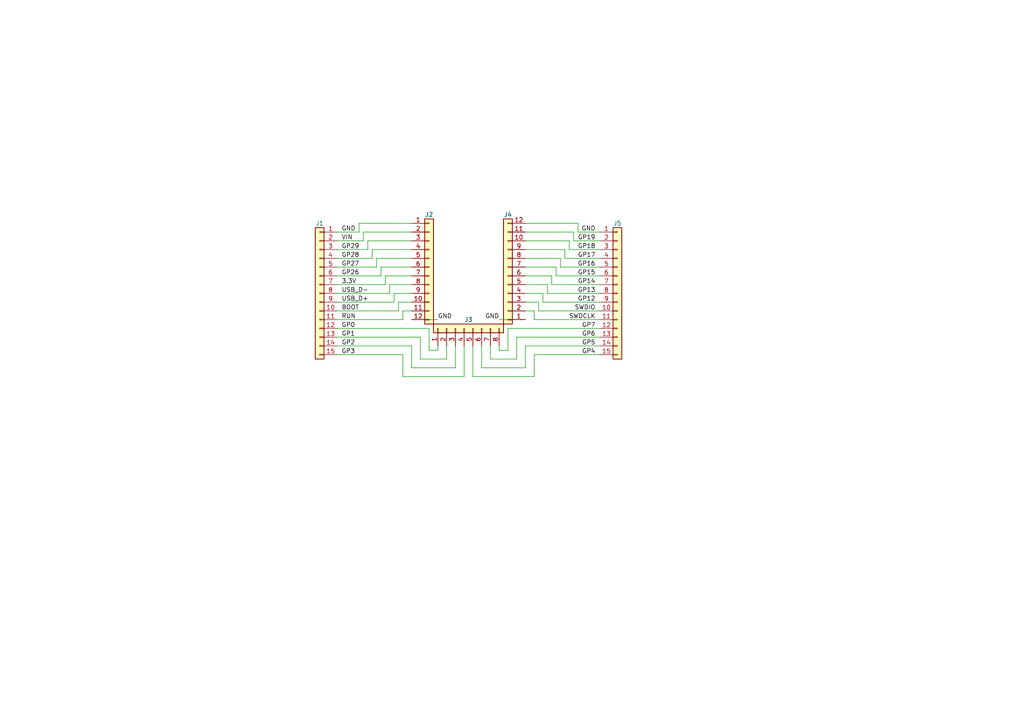
<source format=kicad_sch>
(kicad_sch (version 20211014) (generator eeschema)

  (uuid e63e39d7-6ac0-4ffd-8aa3-1841a4541b55)

  (paper "A4")

  (lib_symbols
    (symbol "Connector_Generic:Conn_01x08" (pin_names (offset 1.016) hide) (in_bom yes) (on_board yes)
      (property "Reference" "J" (id 0) (at 0 10.16 0)
        (effects (font (size 1.27 1.27)))
      )
      (property "Value" "Conn_01x08" (id 1) (at 0 -12.7 0)
        (effects (font (size 1.27 1.27)))
      )
      (property "Footprint" "" (id 2) (at 0 0 0)
        (effects (font (size 1.27 1.27)) hide)
      )
      (property "Datasheet" "~" (id 3) (at 0 0 0)
        (effects (font (size 1.27 1.27)) hide)
      )
      (property "ki_keywords" "connector" (id 4) (at 0 0 0)
        (effects (font (size 1.27 1.27)) hide)
      )
      (property "ki_description" "Generic connector, single row, 01x08, script generated (kicad-library-utils/schlib/autogen/connector/)" (id 5) (at 0 0 0)
        (effects (font (size 1.27 1.27)) hide)
      )
      (property "ki_fp_filters" "Connector*:*_1x??_*" (id 6) (at 0 0 0)
        (effects (font (size 1.27 1.27)) hide)
      )
      (symbol "Conn_01x08_1_1"
        (rectangle (start -1.27 -10.033) (end 0 -10.287)
          (stroke (width 0.1524) (type default))
          (fill (type none))
        )
        (rectangle (start -1.27 -7.493) (end 0 -7.747)
          (stroke (width 0.1524) (type default))
          (fill (type none))
        )
        (rectangle (start -1.27 -4.953) (end 0 -5.207)
          (stroke (width 0.1524) (type default))
          (fill (type none))
        )
        (rectangle (start -1.27 -2.413) (end 0 -2.667)
          (stroke (width 0.1524) (type default))
          (fill (type none))
        )
        (rectangle (start -1.27 0.127) (end 0 -0.127)
          (stroke (width 0.1524) (type default))
          (fill (type none))
        )
        (rectangle (start -1.27 2.667) (end 0 2.413)
          (stroke (width 0.1524) (type default))
          (fill (type none))
        )
        (rectangle (start -1.27 5.207) (end 0 4.953)
          (stroke (width 0.1524) (type default))
          (fill (type none))
        )
        (rectangle (start -1.27 7.747) (end 0 7.493)
          (stroke (width 0.1524) (type default))
          (fill (type none))
        )
        (rectangle (start -1.27 8.89) (end 1.27 -11.43)
          (stroke (width 0.254) (type default))
          (fill (type background))
        )
        (pin passive line (at -5.08 7.62 0) (length 3.81)
          (name "Pin_1" (effects (font (size 1.27 1.27))))
          (number "1" (effects (font (size 1.27 1.27))))
        )
        (pin passive line (at -5.08 5.08 0) (length 3.81)
          (name "Pin_2" (effects (font (size 1.27 1.27))))
          (number "2" (effects (font (size 1.27 1.27))))
        )
        (pin passive line (at -5.08 2.54 0) (length 3.81)
          (name "Pin_3" (effects (font (size 1.27 1.27))))
          (number "3" (effects (font (size 1.27 1.27))))
        )
        (pin passive line (at -5.08 0 0) (length 3.81)
          (name "Pin_4" (effects (font (size 1.27 1.27))))
          (number "4" (effects (font (size 1.27 1.27))))
        )
        (pin passive line (at -5.08 -2.54 0) (length 3.81)
          (name "Pin_5" (effects (font (size 1.27 1.27))))
          (number "5" (effects (font (size 1.27 1.27))))
        )
        (pin passive line (at -5.08 -5.08 0) (length 3.81)
          (name "Pin_6" (effects (font (size 1.27 1.27))))
          (number "6" (effects (font (size 1.27 1.27))))
        )
        (pin passive line (at -5.08 -7.62 0) (length 3.81)
          (name "Pin_7" (effects (font (size 1.27 1.27))))
          (number "7" (effects (font (size 1.27 1.27))))
        )
        (pin passive line (at -5.08 -10.16 0) (length 3.81)
          (name "Pin_8" (effects (font (size 1.27 1.27))))
          (number "8" (effects (font (size 1.27 1.27))))
        )
      )
    )
    (symbol "Connector_Generic:Conn_01x12" (pin_names (offset 1.016) hide) (in_bom yes) (on_board yes)
      (property "Reference" "J" (id 0) (at 0 15.24 0)
        (effects (font (size 1.27 1.27)))
      )
      (property "Value" "Conn_01x12" (id 1) (at 0 -17.78 0)
        (effects (font (size 1.27 1.27)))
      )
      (property "Footprint" "" (id 2) (at 0 0 0)
        (effects (font (size 1.27 1.27)) hide)
      )
      (property "Datasheet" "~" (id 3) (at 0 0 0)
        (effects (font (size 1.27 1.27)) hide)
      )
      (property "ki_keywords" "connector" (id 4) (at 0 0 0)
        (effects (font (size 1.27 1.27)) hide)
      )
      (property "ki_description" "Generic connector, single row, 01x12, script generated (kicad-library-utils/schlib/autogen/connector/)" (id 5) (at 0 0 0)
        (effects (font (size 1.27 1.27)) hide)
      )
      (property "ki_fp_filters" "Connector*:*_1x??_*" (id 6) (at 0 0 0)
        (effects (font (size 1.27 1.27)) hide)
      )
      (symbol "Conn_01x12_1_1"
        (rectangle (start -1.27 -15.113) (end 0 -15.367)
          (stroke (width 0.1524) (type default))
          (fill (type none))
        )
        (rectangle (start -1.27 -12.573) (end 0 -12.827)
          (stroke (width 0.1524) (type default))
          (fill (type none))
        )
        (rectangle (start -1.27 -10.033) (end 0 -10.287)
          (stroke (width 0.1524) (type default))
          (fill (type none))
        )
        (rectangle (start -1.27 -7.493) (end 0 -7.747)
          (stroke (width 0.1524) (type default))
          (fill (type none))
        )
        (rectangle (start -1.27 -4.953) (end 0 -5.207)
          (stroke (width 0.1524) (type default))
          (fill (type none))
        )
        (rectangle (start -1.27 -2.413) (end 0 -2.667)
          (stroke (width 0.1524) (type default))
          (fill (type none))
        )
        (rectangle (start -1.27 0.127) (end 0 -0.127)
          (stroke (width 0.1524) (type default))
          (fill (type none))
        )
        (rectangle (start -1.27 2.667) (end 0 2.413)
          (stroke (width 0.1524) (type default))
          (fill (type none))
        )
        (rectangle (start -1.27 5.207) (end 0 4.953)
          (stroke (width 0.1524) (type default))
          (fill (type none))
        )
        (rectangle (start -1.27 7.747) (end 0 7.493)
          (stroke (width 0.1524) (type default))
          (fill (type none))
        )
        (rectangle (start -1.27 10.287) (end 0 10.033)
          (stroke (width 0.1524) (type default))
          (fill (type none))
        )
        (rectangle (start -1.27 12.827) (end 0 12.573)
          (stroke (width 0.1524) (type default))
          (fill (type none))
        )
        (rectangle (start -1.27 13.97) (end 1.27 -16.51)
          (stroke (width 0.254) (type default))
          (fill (type background))
        )
        (pin passive line (at -5.08 12.7 0) (length 3.81)
          (name "Pin_1" (effects (font (size 1.27 1.27))))
          (number "1" (effects (font (size 1.27 1.27))))
        )
        (pin passive line (at -5.08 -10.16 0) (length 3.81)
          (name "Pin_10" (effects (font (size 1.27 1.27))))
          (number "10" (effects (font (size 1.27 1.27))))
        )
        (pin passive line (at -5.08 -12.7 0) (length 3.81)
          (name "Pin_11" (effects (font (size 1.27 1.27))))
          (number "11" (effects (font (size 1.27 1.27))))
        )
        (pin passive line (at -5.08 -15.24 0) (length 3.81)
          (name "Pin_12" (effects (font (size 1.27 1.27))))
          (number "12" (effects (font (size 1.27 1.27))))
        )
        (pin passive line (at -5.08 10.16 0) (length 3.81)
          (name "Pin_2" (effects (font (size 1.27 1.27))))
          (number "2" (effects (font (size 1.27 1.27))))
        )
        (pin passive line (at -5.08 7.62 0) (length 3.81)
          (name "Pin_3" (effects (font (size 1.27 1.27))))
          (number "3" (effects (font (size 1.27 1.27))))
        )
        (pin passive line (at -5.08 5.08 0) (length 3.81)
          (name "Pin_4" (effects (font (size 1.27 1.27))))
          (number "4" (effects (font (size 1.27 1.27))))
        )
        (pin passive line (at -5.08 2.54 0) (length 3.81)
          (name "Pin_5" (effects (font (size 1.27 1.27))))
          (number "5" (effects (font (size 1.27 1.27))))
        )
        (pin passive line (at -5.08 0 0) (length 3.81)
          (name "Pin_6" (effects (font (size 1.27 1.27))))
          (number "6" (effects (font (size 1.27 1.27))))
        )
        (pin passive line (at -5.08 -2.54 0) (length 3.81)
          (name "Pin_7" (effects (font (size 1.27 1.27))))
          (number "7" (effects (font (size 1.27 1.27))))
        )
        (pin passive line (at -5.08 -5.08 0) (length 3.81)
          (name "Pin_8" (effects (font (size 1.27 1.27))))
          (number "8" (effects (font (size 1.27 1.27))))
        )
        (pin passive line (at -5.08 -7.62 0) (length 3.81)
          (name "Pin_9" (effects (font (size 1.27 1.27))))
          (number "9" (effects (font (size 1.27 1.27))))
        )
      )
    )
    (symbol "Connector_Generic:Conn_01x15" (pin_names (offset 1.016) hide) (in_bom yes) (on_board yes)
      (property "Reference" "J" (id 0) (at 0 20.32 0)
        (effects (font (size 1.27 1.27)))
      )
      (property "Value" "Conn_01x15" (id 1) (at 0 -20.32 0)
        (effects (font (size 1.27 1.27)))
      )
      (property "Footprint" "" (id 2) (at 0 0 0)
        (effects (font (size 1.27 1.27)) hide)
      )
      (property "Datasheet" "~" (id 3) (at 0 0 0)
        (effects (font (size 1.27 1.27)) hide)
      )
      (property "ki_keywords" "connector" (id 4) (at 0 0 0)
        (effects (font (size 1.27 1.27)) hide)
      )
      (property "ki_description" "Generic connector, single row, 01x15, script generated (kicad-library-utils/schlib/autogen/connector/)" (id 5) (at 0 0 0)
        (effects (font (size 1.27 1.27)) hide)
      )
      (property "ki_fp_filters" "Connector*:*_1x??_*" (id 6) (at 0 0 0)
        (effects (font (size 1.27 1.27)) hide)
      )
      (symbol "Conn_01x15_1_1"
        (rectangle (start -1.27 -17.653) (end 0 -17.907)
          (stroke (width 0.1524) (type default))
          (fill (type none))
        )
        (rectangle (start -1.27 -15.113) (end 0 -15.367)
          (stroke (width 0.1524) (type default))
          (fill (type none))
        )
        (rectangle (start -1.27 -12.573) (end 0 -12.827)
          (stroke (width 0.1524) (type default))
          (fill (type none))
        )
        (rectangle (start -1.27 -10.033) (end 0 -10.287)
          (stroke (width 0.1524) (type default))
          (fill (type none))
        )
        (rectangle (start -1.27 -7.493) (end 0 -7.747)
          (stroke (width 0.1524) (type default))
          (fill (type none))
        )
        (rectangle (start -1.27 -4.953) (end 0 -5.207)
          (stroke (width 0.1524) (type default))
          (fill (type none))
        )
        (rectangle (start -1.27 -2.413) (end 0 -2.667)
          (stroke (width 0.1524) (type default))
          (fill (type none))
        )
        (rectangle (start -1.27 0.127) (end 0 -0.127)
          (stroke (width 0.1524) (type default))
          (fill (type none))
        )
        (rectangle (start -1.27 2.667) (end 0 2.413)
          (stroke (width 0.1524) (type default))
          (fill (type none))
        )
        (rectangle (start -1.27 5.207) (end 0 4.953)
          (stroke (width 0.1524) (type default))
          (fill (type none))
        )
        (rectangle (start -1.27 7.747) (end 0 7.493)
          (stroke (width 0.1524) (type default))
          (fill (type none))
        )
        (rectangle (start -1.27 10.287) (end 0 10.033)
          (stroke (width 0.1524) (type default))
          (fill (type none))
        )
        (rectangle (start -1.27 12.827) (end 0 12.573)
          (stroke (width 0.1524) (type default))
          (fill (type none))
        )
        (rectangle (start -1.27 15.367) (end 0 15.113)
          (stroke (width 0.1524) (type default))
          (fill (type none))
        )
        (rectangle (start -1.27 17.907) (end 0 17.653)
          (stroke (width 0.1524) (type default))
          (fill (type none))
        )
        (rectangle (start -1.27 19.05) (end 1.27 -19.05)
          (stroke (width 0.254) (type default))
          (fill (type background))
        )
        (pin passive line (at -5.08 17.78 0) (length 3.81)
          (name "Pin_1" (effects (font (size 1.27 1.27))))
          (number "1" (effects (font (size 1.27 1.27))))
        )
        (pin passive line (at -5.08 -5.08 0) (length 3.81)
          (name "Pin_10" (effects (font (size 1.27 1.27))))
          (number "10" (effects (font (size 1.27 1.27))))
        )
        (pin passive line (at -5.08 -7.62 0) (length 3.81)
          (name "Pin_11" (effects (font (size 1.27 1.27))))
          (number "11" (effects (font (size 1.27 1.27))))
        )
        (pin passive line (at -5.08 -10.16 0) (length 3.81)
          (name "Pin_12" (effects (font (size 1.27 1.27))))
          (number "12" (effects (font (size 1.27 1.27))))
        )
        (pin passive line (at -5.08 -12.7 0) (length 3.81)
          (name "Pin_13" (effects (font (size 1.27 1.27))))
          (number "13" (effects (font (size 1.27 1.27))))
        )
        (pin passive line (at -5.08 -15.24 0) (length 3.81)
          (name "Pin_14" (effects (font (size 1.27 1.27))))
          (number "14" (effects (font (size 1.27 1.27))))
        )
        (pin passive line (at -5.08 -17.78 0) (length 3.81)
          (name "Pin_15" (effects (font (size 1.27 1.27))))
          (number "15" (effects (font (size 1.27 1.27))))
        )
        (pin passive line (at -5.08 15.24 0) (length 3.81)
          (name "Pin_2" (effects (font (size 1.27 1.27))))
          (number "2" (effects (font (size 1.27 1.27))))
        )
        (pin passive line (at -5.08 12.7 0) (length 3.81)
          (name "Pin_3" (effects (font (size 1.27 1.27))))
          (number "3" (effects (font (size 1.27 1.27))))
        )
        (pin passive line (at -5.08 10.16 0) (length 3.81)
          (name "Pin_4" (effects (font (size 1.27 1.27))))
          (number "4" (effects (font (size 1.27 1.27))))
        )
        (pin passive line (at -5.08 7.62 0) (length 3.81)
          (name "Pin_5" (effects (font (size 1.27 1.27))))
          (number "5" (effects (font (size 1.27 1.27))))
        )
        (pin passive line (at -5.08 5.08 0) (length 3.81)
          (name "Pin_6" (effects (font (size 1.27 1.27))))
          (number "6" (effects (font (size 1.27 1.27))))
        )
        (pin passive line (at -5.08 2.54 0) (length 3.81)
          (name "Pin_7" (effects (font (size 1.27 1.27))))
          (number "7" (effects (font (size 1.27 1.27))))
        )
        (pin passive line (at -5.08 0 0) (length 3.81)
          (name "Pin_8" (effects (font (size 1.27 1.27))))
          (number "8" (effects (font (size 1.27 1.27))))
        )
        (pin passive line (at -5.08 -2.54 0) (length 3.81)
          (name "Pin_9" (effects (font (size 1.27 1.27))))
          (number "9" (effects (font (size 1.27 1.27))))
        )
      )
    )
  )


  (wire (pts (xy 115.57 87.63) (xy 119.38 87.63))
    (stroke (width 0) (type default))
    (uuid 013d328d-d037-4500-aabe-74b84ffb3d86)
  )
  (wire (pts (xy 139.7 106.68) (xy 152.4 106.68))
    (stroke (width 0) (type default))
    (uuid 034dcaae-409d-4c0f-80d5-dff48c5df971)
  )
  (wire (pts (xy 97.79 85.09) (xy 113.03 85.09))
    (stroke (width 0) (type default))
    (uuid 08c57c3c-d73c-4356-9f95-5227b3d66099)
  )
  (wire (pts (xy 161.29 77.47) (xy 152.4 77.47))
    (stroke (width 0) (type default))
    (uuid 0d4cb27f-14ad-4873-8951-9a58085031c3)
  )
  (wire (pts (xy 137.16 109.22) (xy 154.94 109.22))
    (stroke (width 0) (type default))
    (uuid 12b52473-aac7-42b4-bd36-bb97fb755035)
  )
  (wire (pts (xy 97.79 77.47) (xy 109.22 77.47))
    (stroke (width 0) (type default))
    (uuid 16ad1fc7-3cac-4fb3-b5a9-c9a577aea906)
  )
  (wire (pts (xy 152.4 100.33) (xy 152.4 106.68))
    (stroke (width 0) (type default))
    (uuid 179b4d65-ce3b-4672-a4da-9974cd6079de)
  )
  (wire (pts (xy 173.99 82.55) (xy 160.02 82.55))
    (stroke (width 0) (type default))
    (uuid 17b19afd-5806-4b57-b4f2-d4825bc2a53c)
  )
  (wire (pts (xy 160.02 82.55) (xy 160.02 80.01))
    (stroke (width 0) (type default))
    (uuid 17d66399-ce2c-410a-88de-625072adb9ef)
  )
  (wire (pts (xy 173.99 100.33) (xy 152.4 100.33))
    (stroke (width 0) (type default))
    (uuid 181a043a-456e-47c0-86a7-2b498f57014e)
  )
  (wire (pts (xy 121.92 97.79) (xy 121.92 104.14))
    (stroke (width 0) (type default))
    (uuid 183f3a18-2054-4633-a38c-05d5ba80c463)
  )
  (wire (pts (xy 142.24 100.33) (xy 142.24 104.14))
    (stroke (width 0) (type default))
    (uuid 1c5d38d8-bde8-49b6-90c7-f6f17f431d73)
  )
  (wire (pts (xy 144.78 92.71) (xy 152.4 92.71))
    (stroke (width 0) (type default))
    (uuid 1dd19d81-17ac-44b6-8049-d1c4a1c24d71)
  )
  (wire (pts (xy 152.4 69.85) (xy 165.1 69.85))
    (stroke (width 0) (type default))
    (uuid 212a2c51-86e1-4075-b31e-72b026c0e7f9)
  )
  (wire (pts (xy 121.92 104.14) (xy 129.54 104.14))
    (stroke (width 0) (type default))
    (uuid 227ab65f-7d1d-447d-af69-7d7d2a823de0)
  )
  (wire (pts (xy 173.99 74.93) (xy 163.83 74.93))
    (stroke (width 0) (type default))
    (uuid 24553912-03bd-4a8f-b838-13dc161cf778)
  )
  (wire (pts (xy 173.99 90.17) (xy 156.21 90.17))
    (stroke (width 0) (type default))
    (uuid 2caa69d7-533c-478e-b86a-1425c30791f1)
  )
  (wire (pts (xy 97.79 67.31) (xy 104.14 67.31))
    (stroke (width 0) (type default))
    (uuid 30683afb-9e03-4873-bd95-bce360235d1d)
  )
  (wire (pts (xy 107.95 74.93) (xy 107.95 72.39))
    (stroke (width 0) (type default))
    (uuid 342f974e-d7aa-42c9-905b-fa4e86b4e446)
  )
  (wire (pts (xy 105.41 67.31) (xy 119.38 67.31))
    (stroke (width 0) (type default))
    (uuid 3bc083d6-9175-4fe8-8560-229045040a45)
  )
  (wire (pts (xy 154.94 90.17) (xy 152.4 90.17))
    (stroke (width 0) (type default))
    (uuid 44231392-bcfb-41ff-a003-735f743e4b84)
  )
  (wire (pts (xy 97.79 80.01) (xy 110.49 80.01))
    (stroke (width 0) (type default))
    (uuid 49864645-1de1-4df6-96c8-6e20fbdf9064)
  )
  (wire (pts (xy 137.16 100.33) (xy 137.16 109.22))
    (stroke (width 0) (type default))
    (uuid 499903ff-8ef1-4c2d-bbeb-10b51e798dac)
  )
  (wire (pts (xy 142.24 104.14) (xy 149.86 104.14))
    (stroke (width 0) (type default))
    (uuid 4a2d7ca7-626d-49c6-b9a1-a1101e6191db)
  )
  (wire (pts (xy 149.86 97.79) (xy 149.86 104.14))
    (stroke (width 0) (type default))
    (uuid 4bd0497d-34bb-42d8-985d-a739c1d98ee6)
  )
  (wire (pts (xy 97.79 92.71) (xy 116.84 92.71))
    (stroke (width 0) (type default))
    (uuid 5061e67c-e098-4e8d-8ff7-2d2d31ce9a87)
  )
  (wire (pts (xy 132.08 106.68) (xy 132.08 100.33))
    (stroke (width 0) (type default))
    (uuid 548db0a4-29e3-4d0a-8a12-ef30292358ac)
  )
  (wire (pts (xy 116.84 90.17) (xy 119.38 90.17))
    (stroke (width 0) (type default))
    (uuid 55b97ef1-5af4-4ed2-b354-05cef23263ab)
  )
  (wire (pts (xy 107.95 72.39) (xy 119.38 72.39))
    (stroke (width 0) (type default))
    (uuid 55dcc991-4895-4d72-ac6a-72bc5cf9c255)
  )
  (wire (pts (xy 152.4 67.31) (xy 166.37 67.31))
    (stroke (width 0) (type default))
    (uuid 57f01dae-dc17-41ab-baa1-be578ec4d6c2)
  )
  (wire (pts (xy 119.38 100.33) (xy 119.38 106.68))
    (stroke (width 0) (type default))
    (uuid 58f33f6d-e001-408d-ac31-0a24f057ac70)
  )
  (wire (pts (xy 113.03 85.09) (xy 113.03 82.55))
    (stroke (width 0) (type default))
    (uuid 5ce64432-eccb-470a-855c-3746a11fbb28)
  )
  (wire (pts (xy 114.3 85.09) (xy 119.38 85.09))
    (stroke (width 0) (type default))
    (uuid 5f8e0993-2d3b-427c-a8a0-3d985876f049)
  )
  (wire (pts (xy 111.76 80.01) (xy 119.38 80.01))
    (stroke (width 0) (type default))
    (uuid 626dc485-fffa-44b8-ab91-517f50266027)
  )
  (wire (pts (xy 162.56 77.47) (xy 162.56 74.93))
    (stroke (width 0) (type default))
    (uuid 644f23fd-8da7-49b9-a30d-e479d36ff36c)
  )
  (wire (pts (xy 157.48 87.63) (xy 157.48 85.09))
    (stroke (width 0) (type default))
    (uuid 67fe0a90-fda6-4ccf-8b8b-8216c9a4cac5)
  )
  (wire (pts (xy 158.75 82.55) (xy 152.4 82.55))
    (stroke (width 0) (type default))
    (uuid 685bbffb-a400-4c36-8078-f6ab5f152c7b)
  )
  (wire (pts (xy 124.46 101.6) (xy 124.46 95.25))
    (stroke (width 0) (type default))
    (uuid 69193e3a-4986-4218-9672-717bb464e77f)
  )
  (wire (pts (xy 173.99 67.31) (xy 167.64 67.31))
    (stroke (width 0) (type default))
    (uuid 696ce20c-0bd2-4136-9c73-9b42ef942ffe)
  )
  (wire (pts (xy 160.02 80.01) (xy 152.4 80.01))
    (stroke (width 0) (type default))
    (uuid 6b769baa-a4c1-47ea-993e-601bdac97bb1)
  )
  (wire (pts (xy 167.64 67.31) (xy 167.64 64.77))
    (stroke (width 0) (type default))
    (uuid 6ba29aca-fb6c-4cbe-b89c-7ce0ebca3353)
  )
  (wire (pts (xy 161.29 80.01) (xy 161.29 77.47))
    (stroke (width 0) (type default))
    (uuid 6cfa49cf-761b-46d5-a543-2637d097c112)
  )
  (wire (pts (xy 129.54 100.33) (xy 129.54 104.14))
    (stroke (width 0) (type default))
    (uuid 71564b2e-14a2-4fa2-9b9e-f2ab7d1b561e)
  )
  (wire (pts (xy 109.22 77.47) (xy 109.22 74.93))
    (stroke (width 0) (type default))
    (uuid 74180870-241b-4245-b9cb-a2dc2aea6f49)
  )
  (wire (pts (xy 173.99 85.09) (xy 158.75 85.09))
    (stroke (width 0) (type default))
    (uuid 7748de36-3598-4fec-85e2-28a7362ca62d)
  )
  (wire (pts (xy 147.32 101.6) (xy 147.32 95.25))
    (stroke (width 0) (type default))
    (uuid 780b4118-a7e7-4e05-828c-aa4a4fcd297e)
  )
  (wire (pts (xy 127 100.33) (xy 127 101.6))
    (stroke (width 0) (type default))
    (uuid 7bacca2c-8ac5-48d4-bf8c-9f91f97aa792)
  )
  (wire (pts (xy 104.14 67.31) (xy 104.14 64.77))
    (stroke (width 0) (type default))
    (uuid 7ccc4914-b1e0-44d6-90ef-dd898df4f61d)
  )
  (wire (pts (xy 173.99 92.71) (xy 154.94 92.71))
    (stroke (width 0) (type default))
    (uuid 80f96933-1673-407c-9e4e-65baea776cdc)
  )
  (wire (pts (xy 119.38 92.71) (xy 127 92.71))
    (stroke (width 0) (type default))
    (uuid 82b6704b-bb78-41e7-b1a3-63aa7cc1c896)
  )
  (wire (pts (xy 158.75 85.09) (xy 158.75 82.55))
    (stroke (width 0) (type default))
    (uuid 83a87404-ec76-4216-90a4-e0d9a1ae319b)
  )
  (wire (pts (xy 152.4 72.39) (xy 163.83 72.39))
    (stroke (width 0) (type default))
    (uuid 84bc6360-42d0-438f-9342-3d2c3046b2c2)
  )
  (wire (pts (xy 116.84 109.22) (xy 134.62 109.22))
    (stroke (width 0) (type default))
    (uuid 869539a2-e84a-41da-90e3-6e237666c3d8)
  )
  (wire (pts (xy 97.79 97.79) (xy 121.92 97.79))
    (stroke (width 0) (type default))
    (uuid 8754e3db-6f54-47d4-b5d0-cade41e20ac7)
  )
  (wire (pts (xy 116.84 102.87) (xy 116.84 109.22))
    (stroke (width 0) (type default))
    (uuid 938f0ff8-6d29-4bbf-a8f2-fa4732c117a9)
  )
  (wire (pts (xy 165.1 72.39) (xy 173.99 72.39))
    (stroke (width 0) (type default))
    (uuid 94fd064e-7f21-4f9f-9035-d303e946977f)
  )
  (wire (pts (xy 97.79 95.25) (xy 124.46 95.25))
    (stroke (width 0) (type default))
    (uuid 96d84636-056b-425c-90e5-5db9d3e26975)
  )
  (wire (pts (xy 154.94 92.71) (xy 154.94 90.17))
    (stroke (width 0) (type default))
    (uuid 998b7df6-054c-4082-b17a-89331c1915c4)
  )
  (wire (pts (xy 105.41 69.85) (xy 105.41 67.31))
    (stroke (width 0) (type default))
    (uuid 9f727aa2-421b-4c24-b321-a1323f2ca484)
  )
  (wire (pts (xy 173.99 97.79) (xy 149.86 97.79))
    (stroke (width 0) (type default))
    (uuid a3d23d30-73bf-43a9-8e99-d0a93e8e3477)
  )
  (wire (pts (xy 154.94 102.87) (xy 154.94 109.22))
    (stroke (width 0) (type default))
    (uuid a74f35a3-ff1b-480f-8076-51113304f026)
  )
  (wire (pts (xy 156.21 90.17) (xy 156.21 87.63))
    (stroke (width 0) (type default))
    (uuid a8d76ef8-8ce0-4aac-958f-526d575e92b7)
  )
  (wire (pts (xy 114.3 87.63) (xy 114.3 85.09))
    (stroke (width 0) (type default))
    (uuid a9be8fe2-38e8-48a0-97cf-5506e6e6c4ab)
  )
  (wire (pts (xy 116.84 92.71) (xy 116.84 90.17))
    (stroke (width 0) (type default))
    (uuid adfc2208-c560-4e5d-90f7-422147846a5a)
  )
  (wire (pts (xy 157.48 85.09) (xy 152.4 85.09))
    (stroke (width 0) (type default))
    (uuid ae5957ad-2eb1-458b-9fa5-9e9502ff64b9)
  )
  (wire (pts (xy 97.79 90.17) (xy 115.57 90.17))
    (stroke (width 0) (type default))
    (uuid af9bf920-66a7-4ba7-b20b-7975f4338b9f)
  )
  (wire (pts (xy 97.79 100.33) (xy 119.38 100.33))
    (stroke (width 0) (type default))
    (uuid b22a38bb-b3c3-4140-beee-640346434934)
  )
  (wire (pts (xy 106.68 72.39) (xy 106.68 69.85))
    (stroke (width 0) (type default))
    (uuid b7175dd2-07d9-48ce-b633-62b3ba394df0)
  )
  (wire (pts (xy 139.7 100.33) (xy 139.7 106.68))
    (stroke (width 0) (type default))
    (uuid bb719ead-95da-4b41-9352-22970a20565a)
  )
  (wire (pts (xy 173.99 77.47) (xy 162.56 77.47))
    (stroke (width 0) (type default))
    (uuid bfafc9ff-1c96-4373-a443-cc073b174bec)
  )
  (wire (pts (xy 119.38 106.68) (xy 132.08 106.68))
    (stroke (width 0) (type default))
    (uuid c0d456a5-7f1a-4c73-b4e9-861014ceda78)
  )
  (wire (pts (xy 97.79 102.87) (xy 116.84 102.87))
    (stroke (width 0) (type default))
    (uuid c1f0c9bc-a7aa-427e-ac02-b860451a67b2)
  )
  (wire (pts (xy 173.99 87.63) (xy 157.48 87.63))
    (stroke (width 0) (type default))
    (uuid c33f11c7-cdf7-4f60-acd7-751a0cc1048a)
  )
  (wire (pts (xy 97.79 72.39) (xy 106.68 72.39))
    (stroke (width 0) (type default))
    (uuid c4bdeaaa-9cf1-45d4-bee4-b727c46c9bff)
  )
  (wire (pts (xy 106.68 69.85) (xy 119.38 69.85))
    (stroke (width 0) (type default))
    (uuid c82a81f1-0483-453a-b86c-a887aa014c5b)
  )
  (wire (pts (xy 156.21 87.63) (xy 152.4 87.63))
    (stroke (width 0) (type default))
    (uuid c9a799f6-ad17-4b4c-9570-fa75cd7599b7)
  )
  (wire (pts (xy 147.32 95.25) (xy 173.99 95.25))
    (stroke (width 0) (type default))
    (uuid cb455883-d451-4e9c-8ca0-274aeec49987)
  )
  (wire (pts (xy 111.76 82.55) (xy 111.76 80.01))
    (stroke (width 0) (type default))
    (uuid cd0efd23-8866-4215-a895-0488905be574)
  )
  (wire (pts (xy 134.62 109.22) (xy 134.62 100.33))
    (stroke (width 0) (type default))
    (uuid cfec4597-f5b3-4a6e-95c7-b06763a7ea36)
  )
  (wire (pts (xy 97.79 87.63) (xy 114.3 87.63))
    (stroke (width 0) (type default))
    (uuid d3166be8-dbde-4895-8b82-d66a117c08f6)
  )
  (wire (pts (xy 113.03 82.55) (xy 119.38 82.55))
    (stroke (width 0) (type default))
    (uuid d3c2dc72-afc3-4a22-b1b8-20c14d1ecba0)
  )
  (wire (pts (xy 109.22 74.93) (xy 119.38 74.93))
    (stroke (width 0) (type default))
    (uuid d4e39b33-2994-429f-8037-289d49d60364)
  )
  (wire (pts (xy 97.79 82.55) (xy 111.76 82.55))
    (stroke (width 0) (type default))
    (uuid d77de762-0d1c-4e2e-9a01-0018ff57c5c4)
  )
  (wire (pts (xy 166.37 67.31) (xy 166.37 69.85))
    (stroke (width 0) (type default))
    (uuid d8dea86a-df83-44ef-a95f-d30591b7abc9)
  )
  (wire (pts (xy 104.14 64.77) (xy 119.38 64.77))
    (stroke (width 0) (type default))
    (uuid d95903dc-476a-45aa-a925-20a8222c436e)
  )
  (wire (pts (xy 110.49 77.47) (xy 119.38 77.47))
    (stroke (width 0) (type default))
    (uuid dfe21f6c-147d-4356-bf94-0cdf96775fc3)
  )
  (wire (pts (xy 173.99 80.01) (xy 161.29 80.01))
    (stroke (width 0) (type default))
    (uuid e07861ca-04d7-42a0-ba46-dd602272246d)
  )
  (wire (pts (xy 162.56 74.93) (xy 152.4 74.93))
    (stroke (width 0) (type default))
    (uuid e5a16a1c-9943-49ec-8810-736926ed9dbd)
  )
  (wire (pts (xy 163.83 74.93) (xy 163.83 72.39))
    (stroke (width 0) (type default))
    (uuid e5d03127-e56c-48da-a898-35d298cce4b8)
  )
  (wire (pts (xy 97.79 69.85) (xy 105.41 69.85))
    (stroke (width 0) (type default))
    (uuid e6ab5210-e29b-49c5-b8c7-defdc595dc77)
  )
  (wire (pts (xy 144.78 100.33) (xy 144.78 101.6))
    (stroke (width 0) (type default))
    (uuid e7425981-0c8a-477a-b43a-4d3f079525ab)
  )
  (wire (pts (xy 144.78 101.6) (xy 147.32 101.6))
    (stroke (width 0) (type default))
    (uuid ec9984a1-05b7-48fc-b723-7bacb7227876)
  )
  (wire (pts (xy 173.99 102.87) (xy 154.94 102.87))
    (stroke (width 0) (type default))
    (uuid f2016947-b0d9-4c56-86b9-558c01a192a7)
  )
  (wire (pts (xy 110.49 80.01) (xy 110.49 77.47))
    (stroke (width 0) (type default))
    (uuid f276f1db-faf1-4697-bbcf-efff722fc348)
  )
  (wire (pts (xy 165.1 69.85) (xy 165.1 72.39))
    (stroke (width 0) (type default))
    (uuid f3d148bc-fd65-43cb-b0fe-97d3220546a8)
  )
  (wire (pts (xy 152.4 64.77) (xy 167.64 64.77))
    (stroke (width 0) (type default))
    (uuid f44766f5-3a2c-4f83-8ce9-332ce17080be)
  )
  (wire (pts (xy 166.37 69.85) (xy 173.99 69.85))
    (stroke (width 0) (type default))
    (uuid f4b6d76f-c037-4d7e-af48-3789db0934a0)
  )
  (wire (pts (xy 97.79 74.93) (xy 107.95 74.93))
    (stroke (width 0) (type default))
    (uuid f683907d-b061-4265-89c8-fd5cb7f1d4bb)
  )
  (wire (pts (xy 127 101.6) (xy 124.46 101.6))
    (stroke (width 0) (type default))
    (uuid f729f0e9-3c3f-426c-8ac8-31ea2ed6dd60)
  )
  (wire (pts (xy 115.57 90.17) (xy 115.57 87.63))
    (stroke (width 0) (type default))
    (uuid faac8974-a532-4ca8-954d-3ada8a513ecb)
  )

  (label "GP19" (at 172.72 69.85 0) (fields_autoplaced)
    (effects (font (size 1.27 1.27)) (justify right bottom))
    (uuid 02716e3a-3708-4dae-8d04-6b2cf3729d40)
  )
  (label "USB_D+" (at 99.06 87.63 0) (fields_autoplaced)
    (effects (font (size 1.27 1.27)) (justify left bottom))
    (uuid 0644be49-8ad9-43cf-8bd6-c62e4ee01304)
  )
  (label "VIN" (at 99.06 69.85 0) (fields_autoplaced)
    (effects (font (size 1.27 1.27)) (justify left bottom))
    (uuid 06e1b40b-5d2e-4e6f-8c25-0b0782f4f1ca)
  )
  (label "GP27" (at 99.06 77.47 0) (fields_autoplaced)
    (effects (font (size 1.27 1.27)) (justify left bottom))
    (uuid 0cb8404e-08fa-4d04-aae0-4b7583c8ab97)
  )
  (label "GND" (at 99.06 67.31 0) (fields_autoplaced)
    (effects (font (size 1.27 1.27)) (justify left bottom))
    (uuid 184a8d7f-50b5-4a44-b079-9ca9dc6c7d42)
  )
  (label "GP17" (at 172.72 74.93 0) (fields_autoplaced)
    (effects (font (size 1.27 1.27)) (justify right bottom))
    (uuid 1a0a6220-872b-4d80-8198-45372a905ba5)
  )
  (label "3.3V" (at 99.06 82.55 0) (fields_autoplaced)
    (effects (font (size 1.27 1.27)) (justify left bottom))
    (uuid 1fb66486-012e-42b5-b8e0-36addf84f20c)
  )
  (label "RUN" (at 99.06 92.71 0) (fields_autoplaced)
    (effects (font (size 1.27 1.27)) (justify left bottom))
    (uuid 52439670-3cdd-443e-877e-99124858b834)
  )
  (label "SWDIO" (at 172.72 90.17 0) (fields_autoplaced)
    (effects (font (size 1.27 1.27)) (justify right bottom))
    (uuid 5aa86755-9a6d-482f-b9c1-cec12da8ed2d)
  )
  (label "GP6" (at 172.72 97.79 0) (fields_autoplaced)
    (effects (font (size 1.27 1.27)) (justify right bottom))
    (uuid 5c88dadd-7f38-47a9-b149-cf4cd4036b9b)
  )
  (label "GP26" (at 99.06 80.01 0) (fields_autoplaced)
    (effects (font (size 1.27 1.27)) (justify left bottom))
    (uuid 5fc96dcd-1af7-4cd4-b5e8-4b0d7f2e07ce)
  )
  (label "GND" (at 172.72 67.31 0) (fields_autoplaced)
    (effects (font (size 1.27 1.27)) (justify right bottom))
    (uuid 63ea22ab-68d3-41a0-bec0-65e73e268a40)
  )
  (label "GP18" (at 172.72 72.39 0) (fields_autoplaced)
    (effects (font (size 1.27 1.27)) (justify right bottom))
    (uuid 6638ce3e-6d40-4a3a-8cfe-97862f5c3549)
  )
  (label "GP28" (at 99.06 74.93 0) (fields_autoplaced)
    (effects (font (size 1.27 1.27)) (justify left bottom))
    (uuid 68380eaa-e755-4f98-902a-cd51dafd3f4d)
  )
  (label "GND" (at 127 92.71 0) (fields_autoplaced)
    (effects (font (size 1.27 1.27)) (justify left bottom))
    (uuid 6a3ebaa4-d5d6-4d12-b187-8664a38ae073)
  )
  (label "BOOT" (at 99.06 90.17 0) (fields_autoplaced)
    (effects (font (size 1.27 1.27)) (justify left bottom))
    (uuid 6d62983c-5d6d-44be-90e1-2c2136294d8e)
  )
  (label "GP3" (at 99.06 102.87 0) (fields_autoplaced)
    (effects (font (size 1.27 1.27)) (justify left bottom))
    (uuid 6d9e5004-39ea-4ae6-adfc-00e31129a58f)
  )
  (label "USB_D-" (at 99.06 85.09 0) (fields_autoplaced)
    (effects (font (size 1.27 1.27)) (justify left bottom))
    (uuid 794c0a8b-067a-483e-850d-c126d2e3f2e4)
  )
  (label "GP12" (at 172.72 87.63 0) (fields_autoplaced)
    (effects (font (size 1.27 1.27)) (justify right bottom))
    (uuid 85f249de-0c7d-4b2c-8312-fdb14e586e6f)
  )
  (label "GND" (at 144.78 92.71 0) (fields_autoplaced)
    (effects (font (size 1.27 1.27)) (justify right bottom))
    (uuid 8c157b20-4774-40e6-98cb-886973832961)
  )
  (label "GP2" (at 99.06 100.33 0) (fields_autoplaced)
    (effects (font (size 1.27 1.27)) (justify left bottom))
    (uuid 98975a2c-4379-48f4-90d9-77ed2acf4b31)
  )
  (label "GP29" (at 99.06 72.39 0) (fields_autoplaced)
    (effects (font (size 1.27 1.27)) (justify left bottom))
    (uuid 99e18c28-4d7c-4001-a482-6ea2c6f2d70d)
  )
  (label "GP1" (at 99.06 97.79 0) (fields_autoplaced)
    (effects (font (size 1.27 1.27)) (justify left bottom))
    (uuid a3498dfb-3082-49db-a656-32ae32b412c6)
  )
  (label "GP15" (at 172.72 80.01 0) (fields_autoplaced)
    (effects (font (size 1.27 1.27)) (justify right bottom))
    (uuid abd25ab2-526f-43ee-a55f-79c84bf57183)
  )
  (label "GP7" (at 172.72 95.25 0) (fields_autoplaced)
    (effects (font (size 1.27 1.27)) (justify right bottom))
    (uuid ac7b06b0-ff97-4ee8-a4aa-178fbf3ffebf)
  )
  (label "SWDCLK" (at 172.72 92.71 0) (fields_autoplaced)
    (effects (font (size 1.27 1.27)) (justify right bottom))
    (uuid be0e8356-897a-4417-8744-a5bc67d91048)
  )
  (label "GP16" (at 172.72 77.47 0) (fields_autoplaced)
    (effects (font (size 1.27 1.27)) (justify right bottom))
    (uuid c07d4432-ea70-43de-854c-58688fbf9af3)
  )
  (label "GP0" (at 99.06 95.25 0) (fields_autoplaced)
    (effects (font (size 1.27 1.27)) (justify left bottom))
    (uuid c45c2d03-7a61-4cc3-883a-5ef51002aa81)
  )
  (label "GP14" (at 172.72 82.55 0) (fields_autoplaced)
    (effects (font (size 1.27 1.27)) (justify right bottom))
    (uuid c47997a1-bf25-42d1-96b3-6ff2460fe45c)
  )
  (label "GP13" (at 172.72 85.09 0) (fields_autoplaced)
    (effects (font (size 1.27 1.27)) (justify right bottom))
    (uuid e2472589-5043-4943-81e1-a4589c159b2d)
  )
  (label "GP4" (at 172.72 102.87 0) (fields_autoplaced)
    (effects (font (size 1.27 1.27)) (justify right bottom))
    (uuid fc73ccad-4302-4871-86d6-cae1276157ad)
  )
  (label "GP5" (at 172.72 100.33 0) (fields_autoplaced)
    (effects (font (size 1.27 1.27)) (justify right bottom))
    (uuid fd14bb44-9757-461d-a48e-bdf5760856e7)
  )

  (symbol (lib_id "Connector_Generic:Conn_01x15") (at 179.07 85.09 0) (unit 1)
    (in_bom yes) (on_board yes)
    (uuid 277e35f0-0374-46e9-9598-799a3d1c264f)
    (property "Reference" "J5" (id 0) (at 179.07 64.77 0)
      (effects (font (size 1.27 1.27)))
    )
    (property "Value" "Conn_01x15" (id 1) (at 181.61 86.995 0)
      (effects (font (size 1.27 1.27)) (justify left) hide)
    )
    (property "Footprint" "Connector_PinHeader_2.54mm:PinHeader_1x15_P2.54mm_Vertical" (id 2) (at 179.07 85.09 0)
      (effects (font (size 1.27 1.27)) hide)
    )
    (property "Datasheet" "~" (id 3) (at 179.07 85.09 0)
      (effects (font (size 1.27 1.27)) hide)
    )
    (pin "1" (uuid 5ba441ec-7058-496e-8c19-5093df270303))
    (pin "10" (uuid b5c802cc-db62-4b34-93d5-a5c5ddbb4bc6))
    (pin "11" (uuid 14401e07-35c6-4a34-9ade-4e11ec5e6195))
    (pin "12" (uuid 10f10fdb-fda6-42ab-b3a8-41de8fe70b41))
    (pin "13" (uuid c8482287-c74b-4c68-9bed-120eddff1267))
    (pin "14" (uuid 21b8231b-2540-404a-b9d9-780fd2f58eee))
    (pin "15" (uuid 22b152e5-b448-45a6-a1c9-d298cf192bce))
    (pin "2" (uuid 92b61fd1-f40c-4ec6-a22d-0e20a325a8e2))
    (pin "3" (uuid 2b082c9e-8f54-435d-8931-44d03bb39619))
    (pin "4" (uuid e7b92c7b-fd2d-420e-975e-6b29d8ce868c))
    (pin "5" (uuid 14f12154-e709-43e1-b02f-144d15664ec8))
    (pin "6" (uuid be384c49-abdd-46a4-9e08-d1c169707648))
    (pin "7" (uuid ec31f6af-caf6-4325-b923-7ebbaa50e024))
    (pin "8" (uuid c3114ba2-1e33-4716-9ea9-6243a0f91ac6))
    (pin "9" (uuid 33f5a582-0b32-4b72-b4e9-ca47ae33e4bd))
  )

  (symbol (lib_id "Connector_Generic:Conn_01x15") (at 92.71 85.09 0) (mirror y) (unit 1)
    (in_bom yes) (on_board yes)
    (uuid 7dd51aca-6274-41f9-804a-42ddfca3c508)
    (property "Reference" "J1" (id 0) (at 92.71 64.77 0)
      (effects (font (size 1.27 1.27)))
    )
    (property "Value" "Conn_01x15" (id 1) (at 90.17 85.09 0)
      (effects (font (size 1.27 1.27)) hide)
    )
    (property "Footprint" "Connector_PinHeader_2.54mm:PinHeader_1x15_P2.54mm_Vertical" (id 2) (at 92.71 85.09 0)
      (effects (font (size 1.27 1.27)) hide)
    )
    (property "Datasheet" "~" (id 3) (at 92.71 85.09 0)
      (effects (font (size 1.27 1.27)) hide)
    )
    (pin "1" (uuid 5e89e722-4ac1-42a1-8758-a65d546ae93c))
    (pin "10" (uuid c3a494a4-6049-42a6-b0a7-16e7e6833e38))
    (pin "11" (uuid a9865c77-d606-4042-8ea0-9609f3e536c8))
    (pin "12" (uuid 1ec20666-8e9c-480d-9b15-4aa618e4c976))
    (pin "13" (uuid 7bfe75c8-1cfd-41ac-863a-8e92d90f67a2))
    (pin "14" (uuid f160fd28-e15f-45a2-9b90-a5df240389d1))
    (pin "15" (uuid 9ecc50ae-7153-42ea-878b-c167ec3bae23))
    (pin "2" (uuid 5d161975-3ae7-4fc5-b232-96b099e41b62))
    (pin "3" (uuid 7c9726a2-a90f-443f-86ce-cff863b9f3b5))
    (pin "4" (uuid 80c8dda4-552c-4be5-b318-cc2c68b5013c))
    (pin "5" (uuid 048247de-28c1-459b-9219-f793a6906a40))
    (pin "6" (uuid 959516e7-f520-41ca-8128-77217307c260))
    (pin "7" (uuid b16e8e7f-7b63-4a5f-8865-ad68ca2aee64))
    (pin "8" (uuid ed7f7bc2-def6-412f-b831-f473c360ed9e))
    (pin "9" (uuid 396664ef-3d53-4d95-a30f-0e341dff7c0a))
  )

  (symbol (lib_id "Connector_Generic:Conn_01x12") (at 124.46 77.47 0) (unit 1)
    (in_bom yes) (on_board yes)
    (uuid 92460db0-ffab-4158-953b-5ab014e0b798)
    (property "Reference" "J2" (id 0) (at 124.46 62.23 0)
      (effects (font (size 1.27 1.27)))
    )
    (property "Value" "Conn_01x12" (id 1) (at 127 77.47 90)
      (effects (font (size 1.27 1.27)) hide)
    )
    (property "Footprint" "FlexyPin:FlexyPin_1x12_P2.00mm" (id 2) (at 124.46 77.47 0)
      (effects (font (size 1.27 1.27)) hide)
    )
    (property "Datasheet" "~" (id 3) (at 124.46 77.47 0)
      (effects (font (size 1.27 1.27)) hide)
    )
    (pin "1" (uuid 82dc2418-cfa6-4b4c-a998-c235954fb968))
    (pin "10" (uuid fdbdb7f1-1046-4df1-abbf-9720a5f75636))
    (pin "11" (uuid 0d2d77c7-bcb0-4401-836c-da6a08ab7c80))
    (pin "12" (uuid a5c6e36e-89e5-4b41-954e-82129e9e6c46))
    (pin "2" (uuid 08878d56-7ce2-4823-bd08-496599f3ff0c))
    (pin "3" (uuid c8e5ba63-4015-4eef-9939-1c3752ba4fad))
    (pin "4" (uuid 866193a7-0208-4bb2-a74a-0cf250681f6e))
    (pin "5" (uuid 12e3194d-c140-4d2f-8b52-4c2b40f6e5ef))
    (pin "6" (uuid d076ef9d-1113-4af9-9200-9d9a0b5518b7))
    (pin "7" (uuid 269a85b9-c19e-4278-ae18-4f18f80a4f85))
    (pin "8" (uuid 51bb7c13-a7a5-4061-9972-3bc823440ffa))
    (pin "9" (uuid 7e2caa4b-df6d-4982-bce0-68b92319685d))
  )

  (symbol (lib_id "Connector_Generic:Conn_01x08") (at 134.62 95.25 90) (unit 1)
    (in_bom yes) (on_board yes)
    (uuid 990f80ca-21fe-4b7e-836a-c294e897c9a8)
    (property "Reference" "J3" (id 0) (at 135.89 92.71 90)
      (effects (font (size 1.27 1.27)))
    )
    (property "Value" "Conn_01x08" (id 1) (at 135.89 92.71 90)
      (effects (font (size 1.27 1.27)) hide)
    )
    (property "Footprint" "FlexyPin:FlexyPin_1x08_P2.00mm" (id 2) (at 134.62 95.25 0)
      (effects (font (size 1.27 1.27)) hide)
    )
    (property "Datasheet" "~" (id 3) (at 134.62 95.25 0)
      (effects (font (size 1.27 1.27)) hide)
    )
    (pin "1" (uuid 5611a6ec-3146-4460-a5bf-c2f65eff8793))
    (pin "2" (uuid e62daa5b-cf3b-4770-a4e7-68d7e6df2739))
    (pin "3" (uuid 5a1d76c8-dfeb-4600-8dc8-00d9f0db7137))
    (pin "4" (uuid 1568ce5d-1305-4d2b-9586-590d6a1deb78))
    (pin "5" (uuid 9782c4a7-fbeb-488e-b1b3-f6b7b69a828e))
    (pin "6" (uuid bc165b92-b5a7-483a-a85a-0a5814dc4b4b))
    (pin "7" (uuid bd51f5ec-94ef-4280-bee2-a49968cbe3b9))
    (pin "8" (uuid 593c045d-270f-4add-9bcd-699aa52f9106))
  )

  (symbol (lib_id "Connector_Generic:Conn_01x12") (at 147.32 80.01 180) (unit 1)
    (in_bom yes) (on_board yes)
    (uuid b551ce5a-9472-40dd-a26b-c4a16dc699ca)
    (property "Reference" "J4" (id 0) (at 147.32 62.23 0)
      (effects (font (size 1.27 1.27)))
    )
    (property "Value" "Conn_01x12" (id 1) (at 144.78 80.01 90)
      (effects (font (size 1.27 1.27)) hide)
    )
    (property "Footprint" "FlexyPin:FlexyPin_1x12_P2.00mm" (id 2) (at 147.32 80.01 0)
      (effects (font (size 1.27 1.27)) hide)
    )
    (property "Datasheet" "~" (id 3) (at 147.32 80.01 0)
      (effects (font (size 1.27 1.27)) hide)
    )
    (pin "1" (uuid 8db4adbb-bd1b-444c-9f46-268a445c2a18))
    (pin "10" (uuid 63d7adeb-8da1-4791-91f7-3d3cc0f74c1c))
    (pin "11" (uuid e0fc6280-1ff0-4d60-bc40-0533a552aa63))
    (pin "12" (uuid 43318bb2-7355-4d60-b60d-740182f23260))
    (pin "2" (uuid 47316a27-90b9-4203-8d80-1a6ea2e2c9c5))
    (pin "3" (uuid efd48842-0731-486c-aa52-d3a438a77b1b))
    (pin "4" (uuid d7720325-7c88-44fe-a0f5-a5b452a29655))
    (pin "5" (uuid 00c9b569-1b4b-437f-9fce-02beb1dd2e53))
    (pin "6" (uuid 058dcbed-2f5a-445a-badb-ee1c05b6e3c4))
    (pin "7" (uuid dee70df8-943e-4dec-9d96-540fc6995069))
    (pin "8" (uuid a896da60-b54e-4fda-85d0-680f8b9ccdef))
    (pin "9" (uuid 19c2a785-cb79-4b6e-bf35-813ce394eee5))
  )

  (sheet_instances
    (path "/" (page "1"))
  )

  (symbol_instances
    (path "/7dd51aca-6274-41f9-804a-42ddfca3c508"
      (reference "J1") (unit 1) (value "Conn_01x15") (footprint "Connector_PinHeader_2.54mm:PinHeader_1x15_P2.54mm_Vertical")
    )
    (path "/92460db0-ffab-4158-953b-5ab014e0b798"
      (reference "J2") (unit 1) (value "Conn_01x12") (footprint "FlexyPin:FlexyPin_1x12_P2.00mm")
    )
    (path "/990f80ca-21fe-4b7e-836a-c294e897c9a8"
      (reference "J3") (unit 1) (value "Conn_01x08") (footprint "FlexyPin:FlexyPin_1x08_P2.00mm")
    )
    (path "/b551ce5a-9472-40dd-a26b-c4a16dc699ca"
      (reference "J4") (unit 1) (value "Conn_01x12") (footprint "FlexyPin:FlexyPin_1x12_P2.00mm")
    )
    (path "/277e35f0-0374-46e9-9598-799a3d1c264f"
      (reference "J5") (unit 1) (value "Conn_01x15") (footprint "Connector_PinHeader_2.54mm:PinHeader_1x15_P2.54mm_Vertical")
    )
  )
)

</source>
